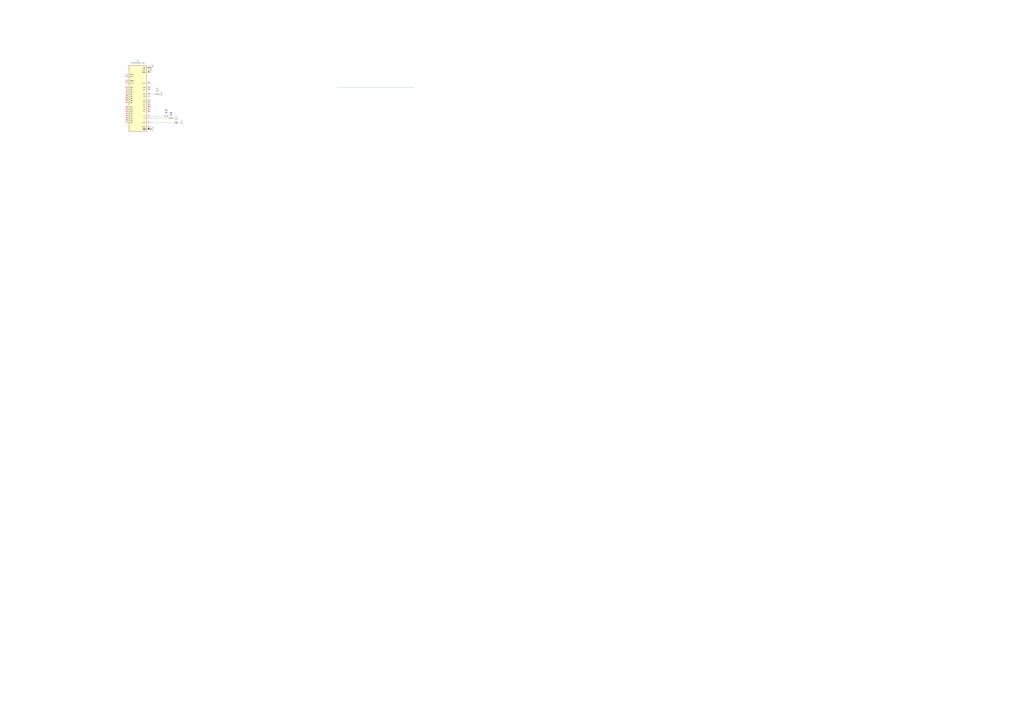
<source format=kicad_sch>
(kicad_sch (version 20211123) (generator eeschema)
  (paper "A0")
  (title_block (title "69.6% keyboard") (date "20-02-2022") (company "CalowTech") (comment 1 "Ben Calow") (comment 2 "Tyler Calow"))
  (lib_symbols
    (symbol "ATMEGA32U4-AU:ATMEGA32U4-AU" (pin_names (offset 1.016))
      (property "Reference" "U" (at -10.1854 39.4208 0))
      (property "Value" "ATMEGA32U4-AU" (at -10.1854 -41.9862 0))
      (symbol "ATMEGA32U4-AU_0_0"
        (rectangle (start -10.16 -38.1) (end 10.16 38.1) (stroke (width 0.254)) (fill (type background)))
        (pin bidirectional line (at 15.24 2.54 180) (length 5.08) (name "PE6") (number "1"))
        (pin bidirectional line (at -15.24 7.62 0) (length 5.08) (name "PB2") (number "10"))
        (pin bidirectional line (at -15.24 5.08 0) (length 5.08) (name "PB3") (number "11"))
        (pin bidirectional line (at -15.24 -5.08 0) (length 5.08) (name "PB7") (number "12"))
        (pin input line (at -15.24 20.32 0) (length 5.08) (name "~{RESET}") (number "13"))
        (pin power_in line (at 15.24 35.56 180) (length 5.08) (name "VCC") (number "14"))
        (pin power_in line (at 15.24 -35.56 180) (length 5.08) (name "GND") (number "15"))
        (pin output line (at 15.24 17.78 180) (length 5.08) (name "XTAL2") (number "16"))
        (pin input line (at -15.24 17.78 0) (length 5.08) (name "XTAL1") (number "17"))
        (pin bidirectional line (at -15.24 -10.16 0) (length 5.08) (name "PD0") (number "18"))
        (pin bidirectional line (at -15.24 -12.7 0) (length 5.08) (name "PD1") (number "19"))
        (pin power_in line (at 15.24 33.02 180) (length 5.08) (name "UVCC") (number "2"))
        (pin bidirectional line (at -15.24 -15.24 0) (length 5.08) (name "PD2") (number "20"))
        (pin bidirectional line (at -15.24 -17.78 0) (length 5.08) (name "PD3") (number "21"))
        (pin bidirectional line (at -15.24 -22.86 0) (length 5.08) (name "PD5") (number "22"))
        (pin power_in line (at 15.24 -35.56 180) (length 5.08) (name "GND") (number "23"))
        (pin power_in line (at 15.24 30.48 180) (length 5.08) (name "AVCC") (number "24"))
        (pin bidirectional line (at -15.24 -20.32 0) (length 5.08) (name "PD4") (number "25"))
        (pin bidirectional line (at -15.24 -25.4 0) (length 5.08) (name "PD6") (number "26"))
        (pin bidirectional line (at -15.24 -27.94 0) (length 5.08) (name "PD7") (number "27"))
        (pin bidirectional line (at -15.24 2.54 0) (length 5.08) (name "PB4") (number "28"))
        (pin bidirectional line (at -15.24 0 0) (length 5.08) (name "PB5") (number "29"))
        (pin bidirectional line (at 15.24 -20.32 180) (length 5.08) (name "D-") (number "3"))
        (pin bidirectional line (at -15.24 -2.54 0) (length 5.08) (name "PB6") (number "30"))
        (pin bidirectional line (at 15.24 12.7 180) (length 5.08) (name "PC6") (number "31"))
        (pin bidirectional line (at 15.24 10.16 180) (length 5.08) (name "PC7") (number "32"))
        (pin bidirectional line (at 15.24 5.08 180) (length 5.08) (name "PE2") (number "33"))
        (pin power_in line (at 15.24 35.56 180) (length 5.08) (name "VCC") (number "34"))
        (pin power_in line (at 15.24 -35.56 180) (length 5.08) (name "GND") (number "35"))
        (pin bidirectional line (at 15.24 -15.24 180) (length 5.08) (name "PF7") (number "36"))
        (pin bidirectional line (at 15.24 -12.7 180) (length 5.08) (name "PF6") (number "37"))
        (pin bidirectional line (at 15.24 -10.16 180) (length 5.08) (name "PF5") (number "38"))
        (pin bidirectional line (at 15.24 -7.62 180) (length 5.08) (name "PF4") (number "39"))
        (pin bidirectional line (at 15.24 -22.86 180) (length 5.08) (name "D+") (number "4"))
        (pin bidirectional line (at 15.24 -5.08 180) (length 5.08) (name "PF1") (number "40"))
        (pin bidirectional line (at 15.24 -2.54 180) (length 5.08) (name "PF0") (number "41"))
        (pin input line (at -15.24 25.4 0) (length 5.08) (name "AREF") (number "42"))
        (pin power_in line (at 15.24 -35.56 180) (length 5.08) (name "GND") (number "43"))
        (pin power_in line (at 15.24 30.48 180) (length 5.08) (name "AVCC") (number "44"))
        (pin power_in line (at 15.24 -33.02 180) (length 5.08) (name "UGND") (number "5"))
        (pin passive line (at 15.24 -27.94 180) (length 5.08) (name "UCAP") (number "6"))
        (pin input line (at -15.24 27.94 0) (length 5.08) (name "VBUS") (number "7"))
        (pin bidirectional line (at -15.24 12.7 0) (length 5.08) (name "PB0") (number "8"))
        (pin bidirectional line (at -15.24 10.16 0) (length 5.08) (name "PB1") (number "9"))
      )
    )
    (symbol "Device:C_Small" (pin_numbers hide) (pin_names (offset 0.254) hide)
      (property "Reference" "C" (at 0.254 1.778 0))
      (property "Value" "C_Small" (at 0.254 -2.032 0))
      (symbol "C_Small_0_1"
        (polyline (pts (xy -1.524 -0.508) (xy 1.524 -0.508)) (stroke (width 0.3302)))
        (polyline (pts (xy -1.524 0.508) (xy 1.524 0.508)) (stroke (width 0.3048)))
      )
      (symbol "C_Small_1_1"
        (pin passive line (at 0 2.54 270) (length 2.032) (name "~") (number "1"))
        (pin passive line (at 0 -2.54 90) (length 2.032) (name "~") (number "2"))
      )
    )
    (symbol "Device:R_Small" (pin_numbers hide) (pin_names (offset 0.254) hide)
      (property "Reference" "R" (at 0.762 0.508 0))
      (property "Value" "R_Small" (at 0.762 -1.016 0))
      (symbol "R_Small_0_1"
        (rectangle (start -0.762 1.778) (end 0.762 -1.778) (stroke (width 0.2032)))
      )
      (symbol "R_Small_1_1"
        (pin passive line (at 0 2.54 270) (length 0.762) (name "~") (number "1"))
        (pin passive line (at 0 -2.54 90) (length 0.762) (name "~") (number "2"))
      )
    )
    (symbol "keyboard_parts:+5V" (power) (pin_names (offset 0))
      (property "Value" "+5V" (at 0 2.794 0))
      (symbol "+5V_0_0"
        (pin power_in line (at 0 0 90) (length 0) hide (name "+5V") (number "1"))
      )
      (symbol "+5V_0_1"
        (polyline (pts (xy 0 0) (xy 0 1.016) (xy 0 1.016)))
        (circle (center 0 1.524) (radius 0.508))
      )
    )
    (symbol "keyboard_parts:GND" (power) (pin_names (offset 0))
      (property "Value" "GND" (at 0 -2.54 0))
      (symbol "GND_0_0"
        (pin power_in line (at 0 0 90) (length 0) hide (name "+5V") (number "1"))
      )
      (symbol "GND_0_1"
        (polyline (pts (xy 0 -1.651) (xy 0.635 -1.016) (xy -0.635 -1.016) (xy 0 -1.651)))
      )
      (symbol "GND_1_1"
        (polyline (pts (xy 0 0) (xy 0 -1.016) (xy 0 -1.016)))
      )
    )
  )
  (junction (at 175.2092 78.8924))
  (junction (at 175.26 150.0124))
  (junction (at 175.2092 81.4324))
  (wire (pts (xy 175.2092 147.4724) (xy 175.2092 150.0124)))
  (wire (pts (xy 175.2092 137.3124) (xy 196.088 137.3124)))
  (wire (pts (xy 175.26 150.0124) (xy 176.8856 150.0124)))
  (wire (pts (xy 175.2092 134.7724) (xy 190.5 134.7724)))
  (wire (pts (xy 175.2092 78.8924) (xy 175.2092 81.4324)))
  (wire (pts (xy 175.2092 109.3724) (xy 180.086 109.3724)))
  (wire (pts (xy 175.2092 78.8924) (xy 176.8348 78.8924)))
  (wire (pts (xy 391.16 101.6) (xy 481.2284 101.6)))
  (wire (pts (xy 185.166 109.3724) (xy 187.4012 109.3724)))
  (wire (pts (xy 207.2132 142.3924) (xy 210.9724 142.3924)))
  (wire (pts (xy 175.2092 142.3924) (xy 202.1332 142.3924)))
  (wire (pts (xy 175.2092 81.4324) (xy 175.2092 83.9724)))
  (symbol (lib_id "keyboard_parts:GND") (at 176.8856 150.0124 0) (unit 1)
    (property "Reference" "#PWR?" (effects hide))
    (property "Value" "GND" (at 176.8856 148.59 0) (effects (font (size 0.762 0.762))))
  )
  (symbol (lib_id "Device:C_Small") (at 204.6732 142.3924 90) (unit 1)
    (property "Reference" "C1" (at 204.6795 135.89 90))
    (property "Value" "1uF" (at 204.6795 138.43 90))
  )
  (symbol (lib_id "Device:R_Small") (at 193.04 134.7724 90) (unit 1)
    (property "Reference" "R2" (at 193.04 128.27 90))
    (property "Value" "22" (at 193.04 130.81 90))
  )
  (symbol (lib_id "Device:R_Small") (at 182.626 109.3724 90) (unit 1)
    (property "Reference" "R1" (at 182.626 102.87 90))
    (property "Value" "10k" (at 182.626 105.41 90))
  )
  (symbol (lib_id "keyboard_parts:GND") (at 210.9724 142.3924 0) (unit 1)
    (property "Reference" "#PWR?" (effects hide))
    (property "Value" "GND" (at 210.9724 140.97 0) (effects (font (size 0.762 0.762))))
  )
  (symbol (lib_id "Device:R_Small") (at 198.628 137.3124 90) (unit 1)
    (property "Reference" "R3" (at 198.628 130.81 90))
    (property "Value" "22" (at 198.628 133.35 90))
  )
  (symbol (lib_id "ATMEGA32U4-AU:ATMEGA32U4-AU") (at 159.9692 114.4524 0) (unit 1)
    (property "Reference" "U1" (at 159.9692 70.5612 0))
    (property "Value" "ATMEGA32U4-AU" (at 159.9692 73.1012 0))
    (property "Footprint" "QFP80P1200X1200X120-44N" (effects hide))
    (property "MANUFACTURER" "Atmel" (effects hide))
  )
  (symbol (lib_id "keyboard_parts:GND") (at 187.4012 109.3724 0) (unit 1)
    (property "Reference" "#PWR?" (effects hide))
    (property "Value" "GND" (at 187.4012 107.95 0) (effects (font (size 0.762 0.762))))
  )
  (symbol (lib_id "keyboard_parts:+5V") (at 176.8348 78.8924 0) (unit 1)
    (property "Reference" "#PWR?" (effects hide))
    (property "Value" "+5V" (at 176.8348 76.2 0) (effects (font (size 0.762 0.762))))
  )
)
</source>
